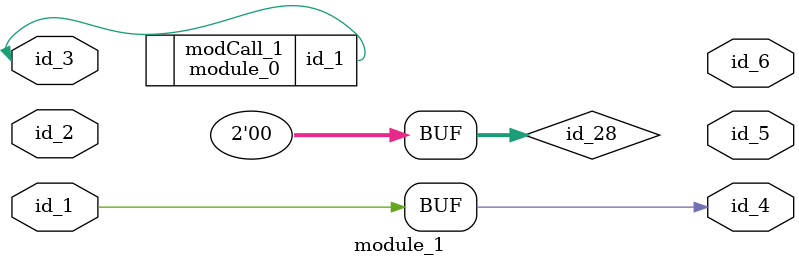
<source format=v>
module module_0 (
    id_1
);
  inout wire id_1;
  wire id_2;
  assign module_1.id_23 = 0;
endmodule
module module_1 (
    id_1,
    id_2,
    id_3,
    id_4,
    id_5,
    id_6
);
  output wire id_6;
  output wire id_5;
  output wire id_4;
  inout wire id_3;
  input wire id_2;
  inout wire id_1;
  assign id_4 = id_1;
  module_0 modCall_1 (id_3);
  wire  [  -1  : "" ]  id_7  ,  id_8  ,  id_9  ,  id_10  ,  id_11  ,  id_12  ,  id_13  ,  id_14  ,  id_15  ,  id_16  ,  id_17  ,  id_18  ,  id_19  ,  id_20  ,  id_21  ,  id_22  ,  id_23  ,  id_24  ,  id_25  ,  id_26  ,  id_27  ,  id_28  ;
  assign id_28 = -1'b0;
endmodule

</source>
